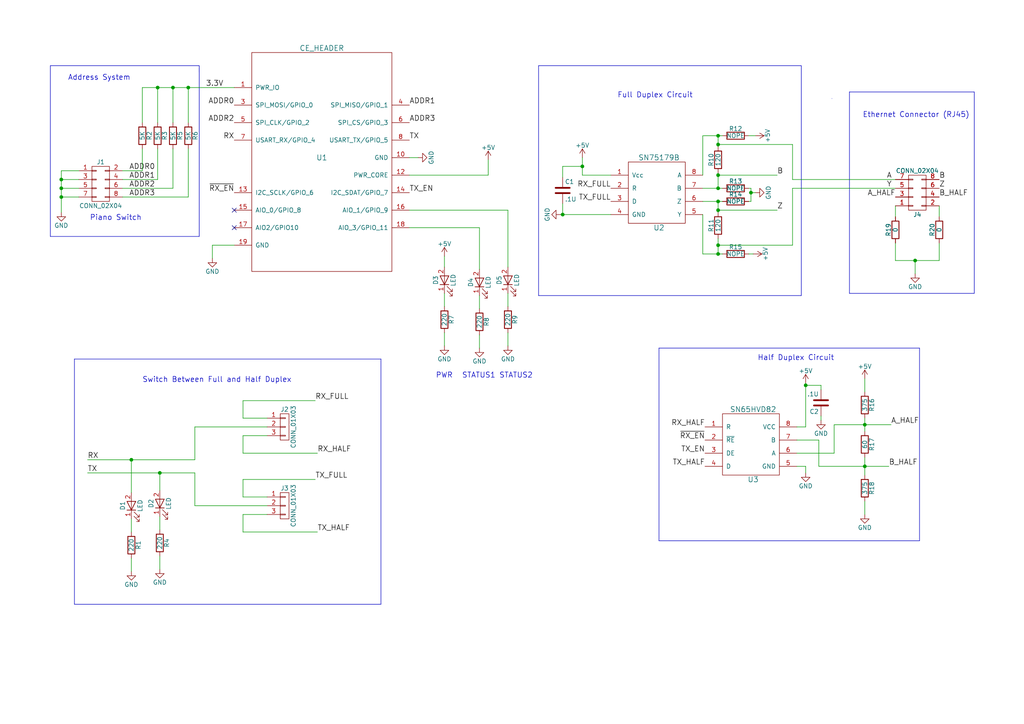
<source format=kicad_sch>
(kicad_sch (version 20230121) (generator eeschema)
  (paper "A4")
  (lib_symbols
    (symbol "Really-Synced-485-rescue:+5V" (power) (pin_names (offset 0))
      (property "Value" "+5V" (at 0 3.556 0))
      (symbol "+5V_0_1"
        (polyline (pts (xy -0.762 1.27) (xy 0 2.54)))
        (polyline (pts (xy 0 0) (xy 0 2.54)))
        (polyline (pts (xy 0 2.54) (xy 0.762 1.27)))
      )
      (symbol "+5V_1_1"
        (pin power_in line (at 0 0 90) (length 0) hide (name "+5V") (number "1"))
      )
    )
    (symbol "Really-Synced-485-rescue:C" (pin_numbers hide) (pin_names (offset 0.254))
      (property "Reference" "C" (at 0.635 2.54 0))
      (property "Value" "C" (at 0.635 -2.54 0))
      (symbol "C_0_1"
        (polyline (pts (xy -2.032 -0.762) (xy 2.032 -0.762)) (stroke (width 0.508)))
        (polyline (pts (xy -2.032 0.762) (xy 2.032 0.762)) (stroke (width 0.508)))
      )
      (symbol "C_1_1"
        (pin passive line (at 0 3.81 270) (length 2.794) (name "~") (number "1"))
        (pin passive line (at 0 -3.81 90) (length 2.794) (name "~") (number "2"))
      )
    )
    (symbol "Really-Synced-485-rescue:CONN_01X03" (pin_names (offset 1.016) hide)
      (property "Reference" "J" (at 0 5.08 0))
      (property "Value" "CONN_01X03" (at 2.54 0 90))
      (symbol "CONN_01X03_0_1"
        (rectangle (start -1.27 -2.413) (end 0.254 -2.667))
        (rectangle (start -1.27 0.127) (end 0.254 -0.127))
        (rectangle (start -1.27 2.667) (end 0.254 2.413))
        (rectangle (start -1.27 3.81) (end 1.27 -3.81))
      )
      (symbol "CONN_01X03_1_1"
        (pin passive line (at -5.08 2.54 0) (length 3.81) (name "P1") (number "1"))
        (pin passive line (at -5.08 0 0) (length 3.81) (name "P2") (number "2"))
        (pin passive line (at -5.08 -2.54 0) (length 3.81) (name "P3") (number "3"))
      )
    )
    (symbol "Really-Synced-485-rescue:CONN_02X04" (pin_names (offset 0.0254) hide)
      (property "Reference" "J" (at 0 6.35 0))
      (property "Value" "CONN_02X04" (at 0 -6.35 0))
      (symbol "CONN_02X04_0_1"
        (rectangle (start -2.54 -3.683) (end -1.27 -3.937))
        (rectangle (start -2.54 -1.143) (end -1.27 -1.397))
        (rectangle (start -2.54 1.397) (end -1.27 1.143))
        (rectangle (start -2.54 3.937) (end -1.27 3.683))
        (rectangle (start -2.54 5.08) (end 2.54 -5.08))
        (rectangle (start 1.27 -3.683) (end 2.54 -3.937))
        (rectangle (start 1.27 -1.143) (end 2.54 -1.397))
        (rectangle (start 1.27 1.397) (end 2.54 1.143))
        (rectangle (start 1.27 3.937) (end 2.54 3.683))
      )
      (symbol "CONN_02X04_1_1"
        (pin passive line (at -6.35 3.81 0) (length 3.81) (name "P1") (number "1"))
        (pin passive line (at 6.35 3.81 180) (length 3.81) (name "P2") (number "2"))
        (pin passive line (at -6.35 1.27 0) (length 3.81) (name "P3") (number "3"))
        (pin passive line (at 6.35 1.27 180) (length 3.81) (name "P4") (number "4"))
        (pin passive line (at -6.35 -1.27 0) (length 3.81) (name "P5") (number "5"))
        (pin passive line (at 6.35 -1.27 180) (length 3.81) (name "P6") (number "6"))
        (pin passive line (at -6.35 -3.81 0) (length 3.81) (name "P7") (number "7"))
        (pin passive line (at 6.35 -3.81 180) (length 3.81) (name "P8") (number "8"))
      )
    )
    (symbol "Really-Synced-485-rescue:GND" (power) (pin_names (offset 0))
      (property "Value" "GND" (at 0 -3.81 0))
      (symbol "GND_0_1"
        (polyline (pts (xy 0 0) (xy 0 -1.27) (xy 1.27 -1.27) (xy 0 -2.54) (xy -1.27 -1.27) (xy 0 -1.27)))
      )
      (symbol "GND_1_1"
        (pin power_in line (at 0 0 270) (length 0) hide (name "GND") (number "1"))
      )
    )
    (symbol "Really-Synced-485-rescue:LED" (pin_names (offset 1.016) hide)
      (property "Reference" "D" (at 0 2.54 0))
      (property "Value" "LED" (at 0 -2.54 0))
      (symbol "LED_0_1"
        (polyline (pts (xy -1.27 -1.27) (xy -1.27 1.27)) (stroke (width 0.2032)))
        (polyline (pts (xy -1.27 0) (xy 1.27 0)))
        (polyline (pts (xy 1.27 -1.27) (xy 1.27 1.27) (xy -1.27 0) (xy 1.27 -1.27)) (stroke (width 0.2032)))
        (polyline (pts (xy -3.048 -0.762) (xy -4.572 -2.286) (xy -3.81 -2.286) (xy -4.572 -2.286) (xy -4.572 -1.524)))
        (polyline (pts (xy -1.778 -0.762) (xy -3.302 -2.286) (xy -2.54 -2.286) (xy -3.302 -2.286) (xy -3.302 -1.524)))
      )
      (symbol "LED_1_1"
        (pin passive line (at -3.81 0 0) (length 2.54) (name "K") (number "1"))
        (pin passive line (at 3.81 0 180) (length 2.54) (name "A") (number "2"))
      )
    )
    (symbol "Really-Synced-485-rescue:R" (pin_numbers hide) (pin_names (offset 0))
      (property "Reference" "R" (at 2.032 0 90))
      (property "Value" "R" (at 0 0 90))
      (symbol "R_0_1"
        (rectangle (start -1.016 -2.54) (end 1.016 2.54) (stroke (width 0.254)))
      )
      (symbol "R_1_1"
        (pin passive line (at 0 3.81 270) (length 1.27) (name "~") (number "1"))
        (pin passive line (at 0 -3.81 90) (length 1.27) (name "~") (number "2"))
      )
    )
    (symbol "ReallySynced:SN65HVD82" (pin_names (offset 1.016))
      (property "Reference" "U" (at 0 -10.16 0))
      (property "Value" "SN65HVD82" (at 0 10.16 0))
      (symbol "SN65HVD82_0_1"
        (rectangle (start -8.89 8.89) (end 7.62 -8.89))
      )
      (symbol "SN65HVD82_1_1"
        (pin input line (at -13.97 5.08 0) (length 5.08) (name "R") (number "1"))
        (pin input line (at -13.97 1.27 0) (length 5.08) (name "~{RE}") (number "2"))
        (pin input line (at -13.97 -2.54 0) (length 5.08) (name "DE") (number "3"))
        (pin input line (at -13.97 -6.35 0) (length 5.08) (name "D") (number "4"))
        (pin input line (at 12.7 -6.35 180) (length 5.08) (name "GND") (number "5"))
        (pin input line (at 12.7 -2.54 180) (length 5.08) (name "A") (number "6"))
        (pin input line (at 12.7 1.27 180) (length 5.08) (name "B") (number "7"))
        (pin input line (at 12.7 5.08 180) (length 5.08) (name "VCC") (number "8"))
      )
    )
    (symbol "ReallySynced:SN75179B" (pin_names (offset 1.016))
      (property "Reference" "U" (at 0 -10.16 0))
      (property "Value" "SN75179B" (at 0 10.16 0))
      (symbol "SN75179B_0_1"
        (rectangle (start -8.89 8.89) (end 7.62 -8.89))
      )
      (symbol "SN75179B_1_1"
        (pin input line (at -13.97 5.08 0) (length 5.08) (name "Vcc") (number "1"))
        (pin input line (at -13.97 1.27 0) (length 5.08) (name "R") (number "2"))
        (pin input line (at -13.97 -2.54 0) (length 5.08) (name "D") (number "3"))
        (pin input line (at -13.97 -6.35 0) (length 5.08) (name "GND") (number "4"))
        (pin input line (at 12.7 -6.35 180) (length 5.08) (name "Y") (number "5"))
        (pin input line (at 12.7 -2.54 180) (length 5.08) (name "Z") (number "6"))
        (pin input line (at 12.7 1.27 180) (length 5.08) (name "B") (number "7"))
        (pin input line (at 12.7 5.08 180) (length 5.08) (name "A") (number "8"))
      )
    )
    (symbol "ce_header:CE_HEADER" (pin_names (offset 1.016))
      (property "Reference" "U" (at 0 0 0))
      (property "Value" "CE_HEADER" (at 0 31.75 0))
      (symbol "CE_HEADER_0_1"
        (rectangle (start -20.32 30.48) (end 20.32 -33.02))
      )
      (symbol "CE_HEADER_1_1"
        (pin input line (at -25.4 20.32 0) (length 5.08) (name "PWR_IO") (number "1"))
        (pin input line (at 25.4 0 180) (length 5.08) (name "GND") (number "10"))
        (pin input line (at 25.4 -5.08 180) (length 5.08) (name "PWR_CORE") (number "12"))
        (pin input line (at -25.4 -10.16 0) (length 5.08) (name "I2C_SCLK/GPIO_6") (number "13"))
        (pin input line (at 25.4 -10.16 180) (length 5.08) (name "I2C_SDAT/GPIO_7") (number "14"))
        (pin input line (at -25.4 -15.24 0) (length 5.08) (name "AIO_0/GPIO_8") (number "15"))
        (pin input line (at 25.4 -15.24 180) (length 5.08) (name "AIO_1/GPIO_9") (number "16"))
        (pin input line (at -25.4 -20.32 0) (length 5.08) (name "AIO2/GPIO10") (number "17"))
        (pin input line (at 25.4 -20.32 180) (length 5.08) (name "AIO_3/GPIO_11") (number "18"))
        (pin input line (at -25.4 -25.4 0) (length 5.08) (name "GND") (number "19"))
        (pin input line (at -25.4 15.24 0) (length 5.08) (name "SPI_MOSI/GPIO_0") (number "3"))
        (pin input line (at 25.4 15.24 180) (length 5.08) (name "SPI_MISO/GPIO_1") (number "4"))
        (pin input line (at -25.4 10.16 0) (length 5.08) (name "SPI_CLK/GPIO_2") (number "5"))
        (pin input line (at 25.4 10.16 180) (length 5.08) (name "SPI_CS/GPIO_3") (number "6"))
        (pin input line (at -25.4 5.08 0) (length 5.08) (name "USART_RX/GPIO_4") (number "7"))
        (pin input line (at 25.4 5.08 180) (length 5.08) (name "USART_TX/GPIO_5") (number "8"))
      )
    )
  )
  (junction (at 208.28 73.66))
  (junction (at 217.805 55.88))
  (junction (at 208.28 58.42))
  (junction (at 46.355 137.16))
  (junction (at 250.825 135.255))
  (junction (at 250.825 123.19))
  (junction (at 265.43 75.565))
  (junction (at 208.28 54.61))
  (junction (at 208.28 39.37))
  (junction (at 208.28 41.91))
  (junction (at 208.28 60.96))
  (junction (at 233.68 111.76))
  (junction (at 45.72 25.4))
  (junction (at 208.28 71.12))
  (junction (at 163.195 62.23))
  (junction (at 168.91 48.26))
  (junction (at 54.61 25.4))
  (junction (at 50.165 25.4))
  (junction (at 17.78 54.61))
  (junction (at 17.78 52.07))
  (junction (at 38.1 133.35))
  (junction (at 17.78 57.15))
  (junction (at 208.28 50.8))
  (no_connect (at 67.945 60.96))
  (no_connect (at 67.945 66.04))
  (wire (pts (xy 46.355 137.16) (xy 56.515 137.16)))
  (wire (pts (xy 61.595 71.12) (xy 67.945 71.12)))
  (polyline (pts (xy 282.575 85.09) (xy 282.575 26.67)))
  (wire (pts (xy 56.515 146.685) (xy 77.47 146.685)))
  (wire (pts (xy 241.935 123.19) (xy 250.825 123.19)))
  (wire (pts (xy 38.1 154.305) (xy 38.1 150.495)))
  (wire (pts (xy 139.065 100.965) (xy 139.065 97.155)))
  (wire (pts (xy 77.47 149.225) (xy 70.485 149.225)))
  (wire (pts (xy 203.835 54.61) (xy 208.28 54.61)))
  (wire (pts (xy 38.1 165.735) (xy 38.1 161.925)))
  (wire (pts (xy 35.56 57.15) (xy 54.61 57.15)))
  (wire (pts (xy 259.715 75.565) (xy 259.715 70.485)))
  (wire (pts (xy 41.275 35.56) (xy 41.275 25.4)))
  (wire (pts (xy 250.825 123.19) (xy 258.445 123.19)))
  (wire (pts (xy 77.47 121.285) (xy 70.485 121.285)))
  (wire (pts (xy 54.61 57.15) (xy 54.61 43.18)))
  (wire (pts (xy 121.285 45.72) (xy 118.745 45.72)))
  (wire (pts (xy 203.835 58.42) (xy 208.28 58.42)))
  (wire (pts (xy 229.87 41.91) (xy 229.87 52.07)))
  (wire (pts (xy 203.835 73.66) (xy 208.28 73.66)))
  (wire (pts (xy 25.4 137.16) (xy 46.355 137.16)))
  (wire (pts (xy 25.4 133.35) (xy 38.1 133.35)))
  (polyline (pts (xy 241.3 28.575) (xy 241.3 28.575)))
  (wire (pts (xy 70.485 144.145) (xy 70.485 139.065)))
  (wire (pts (xy 163.195 48.26) (xy 168.91 48.26)))
  (wire (pts (xy 77.47 144.145) (xy 70.485 144.145)))
  (wire (pts (xy 54.61 25.4) (xy 67.945 25.4)))
  (wire (pts (xy 163.195 51.435) (xy 163.195 48.26)))
  (wire (pts (xy 147.32 100.33) (xy 147.32 96.52)))
  (wire (pts (xy 208.28 39.37) (xy 208.28 41.91)))
  (wire (pts (xy 17.78 52.07) (xy 22.86 52.07)))
  (wire (pts (xy 217.805 58.42) (xy 217.17 58.42)))
  (wire (pts (xy 250.825 123.19) (xy 250.825 125.095)))
  (polyline (pts (xy 246.38 85.09) (xy 282.575 85.09)))
  (wire (pts (xy 45.72 25.4) (xy 45.72 35.56)))
  (wire (pts (xy 35.56 52.07) (xy 45.72 52.07)))
  (wire (pts (xy 241.935 131.445) (xy 241.935 123.19)))
  (wire (pts (xy 45.72 52.07) (xy 45.72 43.18)))
  (wire (pts (xy 217.805 55.88) (xy 217.805 58.42)))
  (wire (pts (xy 259.715 75.565) (xy 265.43 75.565)))
  (wire (pts (xy 208.28 71.12) (xy 208.28 73.66)))
  (wire (pts (xy 46.355 142.24) (xy 46.355 137.16)))
  (polyline (pts (xy 266.7 156.845) (xy 266.7 100.965)))
  (wire (pts (xy 17.78 49.53) (xy 22.86 49.53)))
  (wire (pts (xy 238.125 111.76) (xy 233.68 111.76)))
  (polyline (pts (xy 232.41 85.725) (xy 156.21 85.725)))
  (wire (pts (xy 50.165 35.56) (xy 50.165 25.4)))
  (wire (pts (xy 50.165 54.61) (xy 50.165 43.18)))
  (wire (pts (xy 225.425 50.8) (xy 208.28 50.8)))
  (wire (pts (xy 265.43 75.565) (xy 272.415 75.565)))
  (wire (pts (xy 219.075 39.37) (xy 217.17 39.37)))
  (wire (pts (xy 70.485 149.225) (xy 70.485 154.305)))
  (wire (pts (xy 17.78 49.53) (xy 17.78 52.07)))
  (wire (pts (xy 17.78 57.15) (xy 22.86 57.15)))
  (wire (pts (xy 168.91 45.72) (xy 168.91 48.26)))
  (polyline (pts (xy 156.21 85.725) (xy 156.21 19.05)))
  (wire (pts (xy 233.68 123.825) (xy 231.14 123.825)))
  (wire (pts (xy 250.825 109.855) (xy 250.825 113.665)))
  (wire (pts (xy 208.28 41.91) (xy 208.28 42.545)))
  (wire (pts (xy 46.355 153.67) (xy 46.355 149.86)))
  (wire (pts (xy 250.825 121.285) (xy 250.825 123.19)))
  (polyline (pts (xy 156.21 19.05) (xy 232.41 19.05)))
  (wire (pts (xy 233.68 111.76) (xy 233.68 123.825)))
  (polyline (pts (xy 57.785 19.685) (xy 57.785 68.58)))
  (wire (pts (xy 35.56 49.53) (xy 41.275 49.53)))
  (polyline (pts (xy 266.7 100.965) (xy 191.135 100.965)))
  (wire (pts (xy 225.425 60.96) (xy 208.28 60.96)))
  (wire (pts (xy 45.72 25.4) (xy 50.165 25.4)))
  (wire (pts (xy 118.745 60.96) (xy 147.32 60.96)))
  (wire (pts (xy 128.905 88.9) (xy 128.905 85.09)))
  (wire (pts (xy 237.49 135.255) (xy 250.825 135.255)))
  (wire (pts (xy 208.28 50.8) (xy 208.28 54.61)))
  (polyline (pts (xy 232.41 19.05) (xy 232.41 85.725)))
  (wire (pts (xy 233.68 111.125) (xy 233.68 111.76)))
  (wire (pts (xy 218.44 73.66) (xy 217.17 73.66)))
  (wire (pts (xy 38.1 133.35) (xy 56.515 133.35)))
  (wire (pts (xy 41.275 25.4) (xy 45.72 25.4)))
  (wire (pts (xy 17.78 57.15) (xy 17.78 61.595)))
  (wire (pts (xy 46.355 165.1) (xy 46.355 161.29)))
  (wire (pts (xy 162.56 62.23) (xy 163.195 62.23)))
  (wire (pts (xy 208.28 50.165) (xy 208.28 50.8)))
  (wire (pts (xy 229.87 71.12) (xy 229.87 54.61)))
  (wire (pts (xy 56.515 123.825) (xy 56.515 133.35)))
  (wire (pts (xy 233.68 135.255) (xy 231.14 135.255)))
  (wire (pts (xy 203.835 50.8) (xy 203.835 39.37)))
  (wire (pts (xy 272.415 75.565) (xy 272.415 70.485)))
  (wire (pts (xy 208.28 39.37) (xy 209.55 39.37)))
  (wire (pts (xy 17.78 54.61) (xy 22.86 54.61)))
  (wire (pts (xy 139.065 66.04) (xy 139.065 78.105)))
  (wire (pts (xy 118.745 66.04) (xy 139.065 66.04)))
  (wire (pts (xy 208.28 73.66) (xy 209.55 73.66)))
  (wire (pts (xy 139.065 89.535) (xy 139.065 85.725)))
  (wire (pts (xy 50.165 25.4) (xy 54.61 25.4)))
  (wire (pts (xy 70.485 126.365) (xy 70.485 131.445)))
  (wire (pts (xy 208.28 54.61) (xy 209.55 54.61)))
  (wire (pts (xy 70.485 139.065) (xy 91.44 139.065)))
  (wire (pts (xy 231.14 127.635) (xy 237.49 127.635)))
  (wire (pts (xy 147.32 88.9) (xy 147.32 85.09)))
  (wire (pts (xy 272.415 59.69) (xy 272.415 62.865)))
  (wire (pts (xy 208.28 60.96) (xy 208.28 61.595)))
  (wire (pts (xy 238.125 113.03) (xy 238.125 111.76)))
  (wire (pts (xy 77.47 126.365) (xy 70.485 126.365)))
  (wire (pts (xy 141.605 50.8) (xy 141.605 46.355)))
  (polyline (pts (xy 282.575 26.67) (xy 246.38 26.67)))
  (wire (pts (xy 208.28 58.42) (xy 208.28 60.96)))
  (wire (pts (xy 54.61 25.4) (xy 54.61 35.56)))
  (polyline (pts (xy 191.135 156.845) (xy 266.7 156.845)))
  (wire (pts (xy 231.14 131.445) (xy 241.935 131.445)))
  (polyline (pts (xy 14.605 19.05) (xy 57.785 19.05)))
  (wire (pts (xy 217.805 54.61) (xy 217.17 54.61)))
  (polyline (pts (xy 21.59 104.14) (xy 110.49 104.14)))
  (wire (pts (xy 217.805 54.61) (xy 217.805 55.88)))
  (wire (pts (xy 147.32 60.96) (xy 147.32 77.47)))
  (polyline (pts (xy 21.59 175.26) (xy 21.59 104.14)))
  (wire (pts (xy 41.275 49.53) (xy 41.275 43.18)))
  (wire (pts (xy 208.28 69.215) (xy 208.28 71.12)))
  (polyline (pts (xy 57.785 68.58) (xy 14.605 68.58)))
  (wire (pts (xy 168.91 48.26) (xy 168.91 50.8)))
  (polyline (pts (xy 110.49 104.14) (xy 110.49 175.26)))
  (wire (pts (xy 128.905 100.33) (xy 128.905 96.52)))
  (wire (pts (xy 70.485 121.285) (xy 70.485 116.205)))
  (wire (pts (xy 35.56 54.61) (xy 50.165 54.61)))
  (wire (pts (xy 259.715 59.69) (xy 259.715 62.865)))
  (polyline (pts (xy 191.135 100.965) (xy 191.135 156.845)))
  (wire (pts (xy 168.91 50.8) (xy 177.165 50.8)))
  (wire (pts (xy 203.835 39.37) (xy 208.28 39.37)))
  (polyline (pts (xy 110.49 175.26) (xy 21.59 175.26)))
  (wire (pts (xy 229.87 52.07) (xy 259.715 52.07)))
  (wire (pts (xy 208.28 41.91) (xy 229.87 41.91)))
  (wire (pts (xy 70.485 116.205) (xy 91.44 116.205)))
  (wire (pts (xy 61.595 74.93) (xy 61.595 71.12)))
  (wire (pts (xy 38.1 142.875) (xy 38.1 133.35)))
  (wire (pts (xy 233.68 137.16) (xy 233.68 135.255)))
  (wire (pts (xy 70.485 131.445) (xy 92.075 131.445)))
  (wire (pts (xy 17.78 52.07) (xy 17.78 54.61)))
  (polyline (pts (xy 14.605 68.58) (xy 14.605 19.05)))
  (polyline (pts (xy 57.785 19.05) (xy 57.785 20.955)))
  (wire (pts (xy 163.195 62.23) (xy 177.165 62.23)))
  (wire (pts (xy 250.825 132.715) (xy 250.825 135.255)))
  (wire (pts (xy 238.125 121.92) (xy 238.125 120.65)))
  (wire (pts (xy 208.28 71.12) (xy 229.87 71.12)))
  (wire (pts (xy 163.195 59.055) (xy 163.195 62.23)))
  (polyline (pts (xy 246.38 26.67) (xy 246.38 85.09)))
  (wire (pts (xy 250.825 135.255) (xy 250.825 137.795)))
  (wire (pts (xy 250.825 135.255) (xy 257.81 135.255)))
  (wire (pts (xy 56.515 137.16) (xy 56.515 146.685)))
  (wire (pts (xy 229.87 54.61) (xy 259.715 54.61)))
  (wire (pts (xy 265.43 79.375) (xy 265.43 75.565)))
  (wire (pts (xy 203.835 62.23) (xy 203.835 73.66)))
  (wire (pts (xy 208.28 58.42) (xy 209.55 58.42)))
  (wire (pts (xy 118.745 50.8) (xy 141.605 50.8)))
  (wire (pts (xy 219.075 55.88) (xy 217.805 55.88)))
  (wire (pts (xy 77.47 123.825) (xy 56.515 123.825)))
  (wire (pts (xy 250.825 145.415) (xy 250.825 149.225)))
  (wire (pts (xy 128.905 77.47) (xy 128.905 74.295)))
  (wire (pts (xy 17.78 54.61) (xy 17.78 57.15)))
  (wire (pts (xy 237.49 127.635) (xy 237.49 135.255)))
  (wire (pts (xy 70.485 154.305) (xy 92.075 154.305)))
  (text "STATUS2" (at 144.78 109.855 0) (effects (font (size 1.524 1.524)) (justify left bottom)))
  (text "STATUS1" (at 133.985 109.855 0) (effects (font (size 1.524 1.524)) (justify left bottom)))
  (text "Full Duplex Circuit" (at 179.07 28.575 0) (effects (font (size 1.524 1.524)) (justify left bottom)))
  (text "Address System" (at 19.685 23.495 0) (effects (font (size 1.524 1.524)) (justify left bottom)))
  (text "Ethernet Connector (RJ45)" (at 250.19 34.29 0) (effects (font (size 1.524 1.524)) (justify left bottom)))
  (text "Half Duplex Circuit" (at 219.71 104.775 0) (effects (font (size 1.524 1.524)) (justify left bottom)))
  (text "Switch Between Full and Half Duplex" (at 41.275 111.125 0) (effects (font (size 1.524 1.524)) (justify left bottom)))
  (text "PWR" (at 126.365 109.855 0) (effects (font (size 1.524 1.524)) (justify left bottom)))
  (text "Piano Switch" (at 26.035 64.135 0) (effects (font (size 1.524 1.524)) (justify left bottom)))
  (label "RX" (at 67.945 40.64 180) (effects (font (size 1.524 1.524))))
  (label "ADDR1" (at 118.745 30.48 0) (effects (font (size 1.524 1.524))))
  (label "TX_HALF" (at 204.47 135.255 180) (effects (font (size 1.524 1.524))))
  (label "TX_FULL" (at 91.44 139.065 0) (effects (font (size 1.524 1.524))))
  (label "RX_HALF" (at 204.47 123.825 180) (effects (font (size 1.524 1.524))))
  (label "A_HALF" (at 258.445 123.19 0) (effects (font (size 1.524 1.524))))
  (label "3.3V" (at 59.69 25.4 0) (effects (font (size 1.524 1.524))))
  (label "B" (at 225.425 50.8 0) (effects (font (size 1.524 1.524))))
  (label "ADDR0" (at 37.465 49.53 0) (effects (font (size 1.524 1.524))))
  (label "RX" (at 25.4 133.35 0) (effects (font (size 1.524 1.524))))
  (label "Z" (at 225.425 60.96 0) (effects (font (size 1.524 1.524))))
  (label "RX_FULL" (at 177.165 54.61 180) (effects (font (size 1.524 1.524))))
  (label "ADDR3" (at 37.465 57.15 0) (effects (font (size 1.524 1.524))))
  (label "A" (at 257.175 52.07 0) (effects (font (size 1.524 1.524))))
  (label "ADDR2" (at 37.465 54.61 0) (effects (font (size 1.524 1.524))))
  (label "ADDR3" (at 118.745 35.56 0) (effects (font (size 1.524 1.524))))
  (label "B" (at 272.415 52.07 0) (effects (font (size 1.524 1.524))))
  (label "TX_EN" (at 204.47 131.445 180) (effects (font (size 1.524 1.524))))
  (label "TX_HALF" (at 92.075 154.305 0) (effects (font (size 1.524 1.524))))
  (label "~{RX_EN}" (at 204.47 127.635 180) (effects (font (size 1.524 1.524))))
  (label "Z" (at 272.415 54.61 0) (effects (font (size 1.524 1.524))))
  (label "TX" (at 25.4 137.16 0) (effects (font (size 1.524 1.524))))
  (label "A_HALF" (at 259.715 57.15 180) (effects (font (size 1.524 1.524))))
  (label "Y" (at 257.175 54.61 0) (effects (font (size 1.524 1.524))))
  (label "TX_EN" (at 118.745 55.88 0) (effects (font (size 1.524 1.524))))
  (label "ADDR0" (at 67.945 30.48 180) (effects (font (size 1.524 1.524))))
  (label "B_HALF" (at 272.415 57.15 0) (effects (font (size 1.524 1.524))))
  (label "TX_FULL" (at 177.165 58.42 180) (effects (font (size 1.524 1.524))))
  (label "B_HALF" (at 257.81 135.255 0) (effects (font (size 1.524 1.524))))
  (label "ADDR2" (at 67.945 35.56 180) (effects (font (size 1.524 1.524))))
  (label "~{RX_EN}" (at 67.945 55.88 180) (effects (font (size 1.524 1.524))))
  (label "TX" (at 118.745 40.64 0) (effects (font (size 1.524 1.524))))
  (label "RX_HALF" (at 92.075 131.445 0) (effects (font (size 1.524 1.524))))
  (label "ADDR1" (at 37.465 52.07 0) (effects (font (size 1.524 1.524))))
  (label "RX_FULL" (at 91.44 116.205 0) (effects (font (size 1.524 1.524))))
  (symbol (lib_id "ce_header:CE_HEADER") (at 93.345 45.72 0) (unit 1)
    (property "Reference" "U1" (at 93.345 45.72 0) (effects (font (size 1.524 1.524))))
    (property "Value" "CE_HEADER" (at 93.345 13.97 0) (effects (font (size 1.524 1.524))))
    (property "Footprint" "ReallySynced:CE_Header" (effects hide))
  )
  (symbol (lib_id "ReallySynced:SN75179B") (at 191.135 55.88 0) (unit 1)
    (property "Reference" "U2" (at 191.135 66.04 0) (effects (font (size 1.524 1.524))))
    (property "Value" "SN75179B" (at 191.135 45.72 0) (effects (font (size 1.524 1.524))))
    (property "Footprint" "Housings_SOIC:SOIC-8_3.9x4.9mm_Pitch1.27mm" (effects hide))
    (property "Datasheet" "https://www.digikey.com/product-detail/en/texas-instruments/SN75179BDR/296-14956-1-ND/562532" (effects hide))
    (property "MPN" "SN75179BDR" (effects hide))
    (property "Link" "https://www.digikey.com/product-detail/en/texas-instruments/SN75179BDR/296-14956-1-ND/562532" (effects hide))
  )
  (symbol (lib_id "Really-Synced-485-rescue:GND") (at 121.285 45.72 90) (unit 1)
    (property "Reference" "#PWR01" (effects hide))
    (property "Value" "GND" (at 125.095 45.72 0))
  )
  (symbol (lib_id "Really-Synced-485-rescue:GND") (at 61.595 74.93 0) (unit 1)
    (property "Reference" "#PWR02" (effects hide))
    (property "Value" "GND" (at 61.595 78.74 0))
  )
  (symbol (lib_id "Really-Synced-485-rescue:+5V") (at 141.605 46.355 0) (unit 1)
    (property "Reference" "#PWR03" (effects hide))
    (property "Value" "+5V" (at 141.605 42.799 0))
  )
  (symbol (lib_id "Really-Synced-485-rescue:+5V") (at 168.91 45.72 0) (unit 1)
    (property "Reference" "#PWR04" (effects hide))
    (property "Value" "+5V" (at 168.91 42.164 0))
  )
  (symbol (lib_id "Really-Synced-485-rescue:LED") (at 128.905 81.28 90) (unit 1)
    (property "Reference" "D3" (at 126.365 81.28 0))
    (property "Value" "LED" (at 131.445 81.28 0))
    (property "Footprint" "LEDs:LED_0805" (effects hide))
  )
  (symbol (lib_id "Really-Synced-485-rescue:+5V") (at 128.905 74.295 0) (unit 1)
    (property "Reference" "#PWR05" (effects hide))
    (property "Value" "+5V" (at 128.905 70.739 0))
  )
  (symbol (lib_id "Really-Synced-485-rescue:R") (at 128.905 92.71 0) (unit 1)
    (property "Reference" "R7" (at 130.937 92.71 90))
    (property "Value" "220" (at 128.905 92.71 90))
    (property "Footprint" "Resistors_SMD:R_0805_HandSoldering" (effects hide))
  )
  (symbol (lib_id "Really-Synced-485-rescue:GND") (at 128.905 100.33 0) (unit 1)
    (property "Reference" "#PWR06" (effects hide))
    (property "Value" "GND" (at 128.905 104.14 0))
  )
  (symbol (lib_id "Really-Synced-485-rescue:LED") (at 38.1 146.685 90) (unit 1)
    (property "Reference" "D1" (at 35.56 146.685 0))
    (property "Value" "LED" (at 40.64 146.685 0))
    (property "Footprint" "LEDs:LED_0805" (effects hide))
  )
  (symbol (lib_id "Really-Synced-485-rescue:R") (at 38.1 158.115 0) (unit 1)
    (property "Reference" "R1" (at 40.132 158.115 90))
    (property "Value" "220" (at 38.1 158.115 90))
    (property "Footprint" "Resistors_SMD:R_0805_HandSoldering" (effects hide))
  )
  (symbol (lib_id "Really-Synced-485-rescue:GND") (at 38.1 165.735 0) (unit 1)
    (property "Reference" "#PWR07" (effects hide))
    (property "Value" "GND" (at 38.1 169.545 0))
  )
  (symbol (lib_id "Really-Synced-485-rescue:LED") (at 46.355 146.05 90) (unit 1)
    (property "Reference" "D2" (at 43.815 146.05 0))
    (property "Value" "LED" (at 48.895 146.05 0))
    (property "Footprint" "LEDs:LED_0805" (effects hide))
  )
  (symbol (lib_id "Really-Synced-485-rescue:R") (at 46.355 157.48 0) (unit 1)
    (property "Reference" "R4" (at 48.387 157.48 90))
    (property "Value" "220" (at 46.355 157.48 90))
    (property "Footprint" "Resistors_SMD:R_0805_HandSoldering" (effects hide))
  )
  (symbol (lib_id "Really-Synced-485-rescue:GND") (at 46.355 165.1 0) (unit 1)
    (property "Reference" "#PWR08" (effects hide))
    (property "Value" "GND" (at 46.355 168.91 0))
  )
  (symbol (lib_id "Really-Synced-485-rescue:R") (at 208.28 65.405 180) (unit 1)
    (property "Reference" "R11" (at 206.248 65.405 90))
    (property "Value" "120" (at 208.28 65.405 90))
    (property "Footprint" "Resistors_SMD:R_0805_HandSoldering" (effects hide))
  )
  (symbol (lib_id "Really-Synced-485-rescue:CONN_02X04") (at 29.21 53.34 0) (unit 1)
    (property "Reference" "J1" (at 29.21 46.99 0))
    (property "Value" "CONN_02X04" (at 29.21 59.69 0))
    (property "Footprint" "ReallySynced:195-4MST" (effects hide))
    (property "MPN" "195-4MST" (effects hide))
    (property "Link" "https://www.digikey.com/product-detail/en/cts-electrocomponents/195-4MST/CT1954MST-ND/61478" (effects hide))
  )
  (symbol (lib_id "Really-Synced-485-rescue:GND") (at 17.78 61.595 0) (unit 1)
    (property "Reference" "#PWR09" (effects hide))
    (property "Value" "GND" (at 17.78 65.405 0))
  )
  (symbol (lib_id "Really-Synced-485-rescue:R") (at 45.72 39.37 0) (unit 1)
    (property "Reference" "R3" (at 47.752 39.37 90))
    (property "Value" "5K" (at 45.72 39.37 90))
    (property "Footprint" "Resistors_SMD:R_0805_HandSoldering" (effects hide))
  )
  (symbol (lib_id "Really-Synced-485-rescue:R") (at 41.275 39.37 0) (unit 1)
    (property "Reference" "R2" (at 43.307 39.37 90))
    (property "Value" "5K" (at 41.275 39.37 90))
    (property "Footprint" "Resistors_SMD:R_0805_HandSoldering" (effects hide))
  )
  (symbol (lib_id "Really-Synced-485-rescue:R") (at 50.165 39.37 0) (unit 1)
    (property "Reference" "R5" (at 52.197 39.37 90))
    (property "Value" "5K" (at 50.165 39.37 90))
    (property "Footprint" "Resistors_SMD:R_0805_HandSoldering" (effects hide))
  )
  (symbol (lib_id "Really-Synced-485-rescue:R") (at 54.61 39.37 0) (unit 1)
    (property "Reference" "R6" (at 56.642 39.37 90))
    (property "Value" "5K" (at 54.61 39.37 90))
    (property "Footprint" "Resistors_SMD:R_0805_HandSoldering" (effects hide))
  )
  (symbol (lib_id "Really-Synced-485-rescue:CONN_02X04") (at 266.065 55.88 0) (mirror x) (unit 1)
    (property "Reference" "J4" (at 266.065 62.23 0))
    (property "Value" "CONN_02X04" (at 266.065 49.53 0))
    (property "Footprint" "ReallySynced:54602-908LF" (effects hide))
    (property "Datasheet" "http://portal.fciconnect.com/Comergent//fci/drawing/c-bmj-0102.pdf" (effects hide))
    (property "MPN" "54602-908LF" (effects hide))
    (property "Link" "https://www.digikey.com/product-detail/en/amphenol-fci/54602-908LF/609-1046-ND/1001360" (effects hide))
  )
  (symbol (lib_id "Really-Synced-485-rescue:R") (at 259.715 66.675 180) (unit 1)
    (property "Reference" "R19" (at 257.683 66.675 90))
    (property "Value" "0" (at 259.715 66.675 90))
    (property "Footprint" "Resistors_SMD:R_0805_HandSoldering" (effects hide))
  )
  (symbol (lib_id "Really-Synced-485-rescue:R") (at 272.415 66.675 180) (unit 1)
    (property "Reference" "R20" (at 270.383 66.675 90))
    (property "Value" "0" (at 272.415 66.675 90))
    (property "Footprint" "Resistors_SMD:R_0805_HandSoldering" (effects hide))
  )
  (symbol (lib_id "Really-Synced-485-rescue:GND") (at 265.43 79.375 0) (unit 1)
    (property "Reference" "#PWR010" (effects hide))
    (property "Value" "GND" (at 265.43 83.185 0))
  )
  (symbol (lib_id "ReallySynced:SN65HVD82") (at 218.44 128.905 0) (unit 1)
    (property "Reference" "U3" (at 218.44 139.065 0) (effects (font (size 1.524 1.524))))
    (property "Value" "SN65HVD82" (at 218.44 118.745 0) (effects (font (size 1.524 1.524))))
    (property "Footprint" "Housings_SOIC:SOIC-8_3.9x4.9mm_Pitch1.27mm" (effects hide))
    (property "MPN" "SN65HVD82DR" (effects hide))
    (property "Link" "http://www.digikey.com/scripts/DkSearch/dksus.dll?Detail&itemSeq=229385765&uq=636318288619921391" (effects hide))
  )
  (symbol (lib_id "Really-Synced-485-rescue:R") (at 250.825 128.905 0) (unit 1)
    (property "Reference" "R17" (at 252.857 128.905 90))
    (property "Value" "60" (at 250.825 128.905 90))
    (property "Footprint" "Resistors_SMD:R_0805_HandSoldering" (effects hide))
  )
  (symbol (lib_id "Really-Synced-485-rescue:R") (at 250.825 117.475 0) (unit 1)
    (property "Reference" "R16" (at 252.857 117.475 90))
    (property "Value" "375" (at 250.825 117.475 90))
    (property "Footprint" "Resistors_SMD:R_0805_HandSoldering" (effects hide))
  )
  (symbol (lib_id "Really-Synced-485-rescue:R") (at 250.825 141.605 0) (unit 1)
    (property "Reference" "R18" (at 252.857 141.605 90))
    (property "Value" "375" (at 250.825 141.605 90))
    (property "Footprint" "Resistors_SMD:R_0805_HandSoldering" (effects hide))
  )
  (symbol (lib_id "Really-Synced-485-rescue:+5V") (at 233.68 111.125 0) (unit 1)
    (property "Reference" "#PWR011" (effects hide))
    (property "Value" "+5V" (at 233.68 107.569 0))
  )
  (symbol (lib_id "Really-Synced-485-rescue:GND") (at 233.68 137.16 0) (unit 1)
    (property "Reference" "#PWR012" (effects hide))
    (property "Value" "GND" (at 233.68 140.97 0))
  )
  (symbol (lib_id "Really-Synced-485-rescue:GND") (at 250.825 149.225 0) (unit 1)
    (property "Reference" "#PWR013" (effects hide))
    (property "Value" "GND" (at 250.825 153.035 0))
  )
  (symbol (lib_id "Really-Synced-485-rescue:+5V") (at 250.825 109.855 0) (unit 1)
    (property "Reference" "#PWR014" (effects hide))
    (property "Value" "+5V" (at 250.825 106.299 0))
  )
  (symbol (lib_id "Really-Synced-485-rescue:CONN_01X03") (at 82.55 146.685 0) (unit 1)
    (property "Reference" "J3" (at 82.55 141.605 0))
    (property "Value" "CONN_01X03" (at 85.09 146.685 90))
    (property "Footprint" "Pin_Headers:Pin_Header_Straight_1x03_Pitch2.54mm" (effects hide))
  )
  (symbol (lib_id "Really-Synced-485-rescue:CONN_01X03") (at 82.55 123.825 0) (unit 1)
    (property "Reference" "J2" (at 82.55 118.745 0))
    (property "Value" "CONN_01X03" (at 85.09 123.825 90))
    (property "Footprint" "Pin_Headers:Pin_Header_Straight_1x03_Pitch2.54mm" (effects hide))
  )
  (symbol (lib_id "Really-Synced-485-rescue:R") (at 213.36 58.42 90) (unit 1)
    (property "Reference" "R14" (at 213.36 56.388 90))
    (property "Value" "NOPE" (at 213.36 58.42 90))
    (property "Footprint" "Resistors_SMD:R_0805_HandSoldering" (effects hide))
  )
  (symbol (lib_id "Really-Synced-485-rescue:R") (at 213.36 73.66 90) (unit 1)
    (property "Reference" "R15" (at 213.36 71.628 90))
    (property "Value" "NOPE" (at 213.36 73.66 90))
    (property "Footprint" "Resistors_SMD:R_0805_HandSoldering" (effects hide))
  )
  (symbol (lib_id "Really-Synced-485-rescue:R") (at 208.28 46.355 180) (unit 1)
    (property "Reference" "R10" (at 206.248 46.355 90))
    (property "Value" "120" (at 208.28 46.355 90))
    (property "Footprint" "Resistors_SMD:R_0805_HandSoldering" (effects hide))
  )
  (symbol (lib_id "Really-Synced-485-rescue:R") (at 213.36 39.37 90) (unit 1)
    (property "Reference" "R12" (at 213.36 37.338 90))
    (property "Value" "NOPE" (at 213.36 39.37 90))
    (property "Footprint" "Resistors_SMD:R_0805_HandSoldering" (effects hide))
  )
  (symbol (lib_id "Really-Synced-485-rescue:R") (at 213.36 54.61 90) (unit 1)
    (property "Reference" "R13" (at 213.36 52.578 90))
    (property "Value" "NOPE" (at 213.36 54.61 90))
    (property "Footprint" "Resistors_SMD:R_0805_HandSoldering" (effects hide))
  )
  (symbol (lib_id "Really-Synced-485-rescue:+5V") (at 219.075 39.37 270) (unit 1)
    (property "Reference" "#PWR015" (effects hide))
    (property "Value" "+5V" (at 222.631 39.37 0))
  )
  (symbol (lib_id "Really-Synced-485-rescue:+5V") (at 218.44 73.66 270) (unit 1)
    (property "Reference" "#PWR016" (effects hide))
    (property "Value" "+5V" (at 221.996 73.66 0))
  )
  (symbol (lib_id "Really-Synced-485-rescue:GND") (at 219.075 55.88 90) (unit 1)
    (property "Reference" "#PWR017" (effects hide))
    (property "Value" "GND" (at 222.885 55.88 0))
  )
  (symbol (lib_id "Really-Synced-485-rescue:LED") (at 139.065 81.915 90) (unit 1)
    (property "Reference" "D4" (at 136.525 81.915 0))
    (property "Value" "LED" (at 141.605 81.915 0))
    (property "Footprint" "LEDs:LED_0805" (effects hide))
  )
  (symbol (lib_id "Really-Synced-485-rescue:R") (at 139.065 93.345 0) (unit 1)
    (property "Reference" "R8" (at 141.097 93.345 90))
    (property "Value" "220" (at 139.065 93.345 90))
    (property "Footprint" "Resistors_SMD:R_0805_HandSoldering" (effects hide))
  )
  (symbol (lib_id "Really-Synced-485-rescue:GND") (at 139.065 100.965 0) (unit 1)
    (property "Reference" "#PWR018" (effects hide))
    (property "Value" "GND" (at 139.065 104.775 0))
  )
  (symbol (lib_id "Really-Synced-485-rescue:LED") (at 147.32 81.28 90) (unit 1)
    (property "Reference" "D5" (at 144.78 81.28 0))
    (property "Value" "LED" (at 149.86 81.28 0))
    (property "Footprint" "LEDs:LED_0805" (effects hide))
  )
  (symbol (lib_id "Really-Synced-485-rescue:R") (at 147.32 92.71 0) (unit 1)
    (property "Reference" "R9" (at 149.352 92.71 90))
    (property "Value" "220" (at 147.32 92.71 90))
    (property "Footprint" "Resistors_SMD:R_0805_HandSoldering" (effects hide))
  )
  (symbol (lib_id "Really-Synced-485-rescue:GND") (at 147.32 100.33 0) (unit 1)
    (property "Reference" "#PWR019" (effects hide))
    (property "Value" "GND" (at 147.32 104.14 0))
  )
  (symbol (lib_id "Really-Synced-485-rescue:C") (at 163.195 55.245 0) (unit 1)
    (property "Reference" "C1" (at 163.83 52.705 0) (effects (justify left)))
    (property "Value" ".1U" (at 163.83 57.785 0) (effects (justify left)))
    (property "Footprint" "Capacitors_SMD:C_0805" (effects hide))
  )
  (symbol (lib_id "Really-Synced-485-rescue:GND") (at 162.56 62.23 270) (unit 1)
    (property "Reference" "#PWR020" (effects hide))
    (property "Value" "GND" (at 158.75 62.23 0))
  )
  (symbol (lib_id "Really-Synced-485-rescue:C") (at 238.125 116.84 180) (unit 1)
    (property "Reference" "C2" (at 237.49 119.38 0) (effects (justify left)))
    (property "Value" ".1U" (at 237.49 114.3 0) (effects (justify left)))
    (property "Footprint" "Capacitors_SMD:C_0805" (effects hide))
  )
  (symbol (lib_id "Really-Synced-485-rescue:GND") (at 238.125 121.92 0) (unit 1)
    (property "Reference" "#PWR021" (effects hide))
    (property "Value" "GND" (at 238.125 125.73 0))
  )
)
</source>
